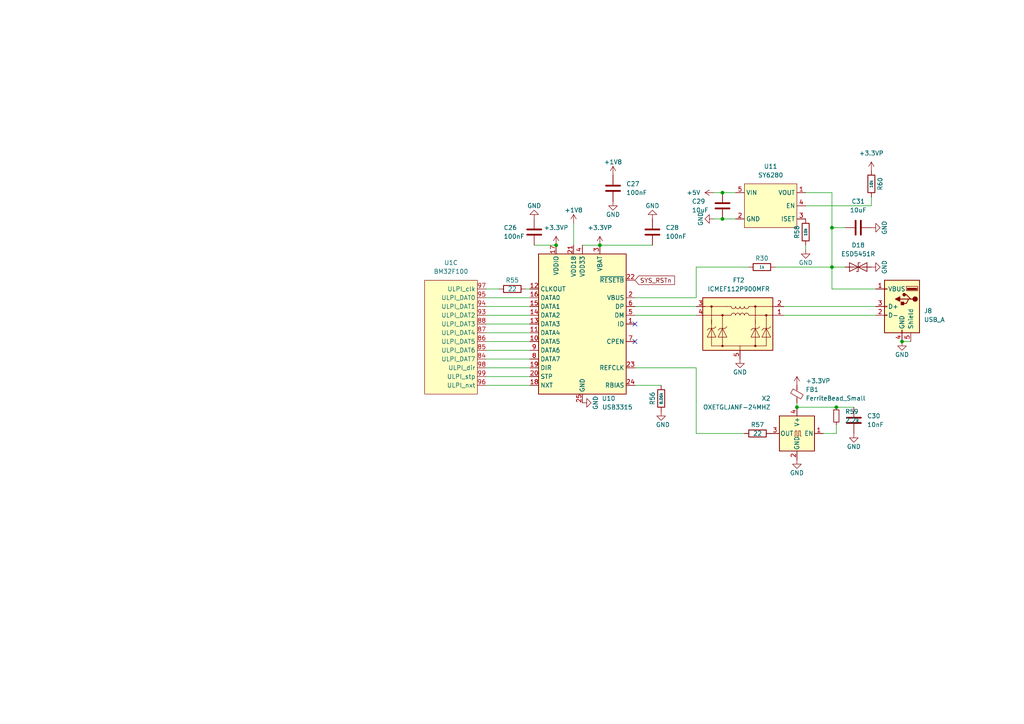
<source format=kicad_sch>
(kicad_sch (version 20211123) (generator eeschema)
  (paper "A4")
  (title_block (title "USB Phy") (company "Drawn by t123yh") (comment 1 "Eval board for BM32F100"))
  (lib_symbols
    (symbol "Connector:USB_A" (pin_names (offset 1.016))
      (property "Reference" "J" (at -5.08 11.43 0))
      (property "Value" "USB_A" (at -5.08 8.89 0))
      (symbol "USB_A_0_1"
        (rectangle (start -5.08 -7.62) (end 5.08 7.62) (stroke (width 0.254)) (fill (type background)))
        (circle (center -3.81 2.159) (radius 0.635) (stroke (width 0.254)) (fill (type outline)))
        (rectangle (start -1.524 4.826) (end -4.318 5.334) (fill (type outline)))
        (rectangle (start -1.27 4.572) (end -4.572 5.842))
        (circle (center -0.635 3.429) (radius 0.381) (stroke (width 0.254)) (fill (type outline)))
        (rectangle (start -0.127 -7.62) (end 0.127 -6.858))
        (polyline (pts (xy -3.175 2.159) (xy -2.54 2.159) (xy -1.27 3.429) (xy -0.635 3.429)) (stroke (width 0.254)))
        (polyline (pts (xy -2.54 2.159) (xy -1.905 2.159) (xy -1.27 0.889) (xy 0 0.889)) (stroke (width 0.254)))
        (polyline (pts (xy 0.635 2.794) (xy 0.635 1.524) (xy 1.905 2.159) (xy 0.635 2.794)) (stroke (width 0.254)) (fill (type outline)))
        (rectangle (start 0.254 1.27) (end -0.508 0.508) (stroke (width 0.254)) (fill (type outline)))
        (rectangle (start 5.08 -2.667) (end 4.318 -2.413))
        (rectangle (start 5.08 -0.127) (end 4.318 0.127))
        (rectangle (start 5.08 4.953) (end 4.318 5.207))
      )
      (symbol "USB_A_1_1"
        (polyline (pts (xy -1.905 2.159) (xy 0.635 2.159)) (stroke (width 0.254)))
        (pin power_in line (at 7.62 5.08 180) (length 2.54) (name "VBUS") (number "1"))
        (pin bidirectional line (at 7.62 -2.54 180) (length 2.54) (name "D-") (number "2"))
        (pin bidirectional line (at 7.62 0 180) (length 2.54) (name "D+") (number "3"))
        (pin power_in line (at 0 -10.16 90) (length 2.54) (name "GND") (number "4"))
        (pin passive line (at -2.54 -10.16 90) (length 2.54) (name "Shield") (number "5"))
      )
    )
    (symbol "Device:C" (pin_numbers hide) (pin_names (offset 0.254))
      (property "Reference" "C" (at 0.635 2.54 0))
      (property "Value" "C" (at 0.635 -2.54 0))
      (symbol "C_0_1"
        (polyline (pts (xy -2.032 -0.762) (xy 2.032 -0.762)) (stroke (width 0.508)))
        (polyline (pts (xy -2.032 0.762) (xy 2.032 0.762)) (stroke (width 0.508)))
      )
      (symbol "C_1_1"
        (pin passive line (at 0 3.81 270) (length 2.794) (name "~") (number "1"))
        (pin passive line (at 0 -3.81 90) (length 2.794) (name "~") (number "2"))
      )
    )
    (symbol "Device:FerriteBead_Small" (pin_numbers hide) (pin_names (offset 0))
      (property "Reference" "FB" (at 1.905 1.27 0))
      (property "Value" "FerriteBead_Small" (at 1.905 -1.27 0))
      (symbol "FerriteBead_Small_0_1"
        (polyline (pts (xy 0 -1.27) (xy 0 -0.7874)))
        (polyline (pts (xy 0 0.889) (xy 0 1.2954)))
        (polyline (pts (xy -1.8288 0.2794) (xy -1.1176 1.4986) (xy 1.8288 -0.2032) (xy 1.1176 -1.4224) (xy -1.8288 0.2794)))
      )
      (symbol "FerriteBead_Small_1_1"
        (pin passive line (at 0 2.54 270) (length 1.27) (name "~") (number "1"))
        (pin passive line (at 0 -2.54 90) (length 1.27) (name "~") (number "2"))
      )
    )
    (symbol "Device:R" (pin_numbers hide) (pin_names (offset 0))
      (property "Reference" "R" (at 2.032 0 90))
      (property "Value" "R" (at 0 0 90))
      (symbol "R_0_1"
        (rectangle (start -1.016 -2.54) (end 1.016 2.54) (stroke (width 0.254)))
      )
      (symbol "R_1_1"
        (pin passive line (at 0 3.81 270) (length 1.27) (name "~") (number "1"))
        (pin passive line (at 0 -3.81 90) (length 1.27) (name "~") (number "2"))
      )
    )
    (symbol "Device:R_Small" (pin_numbers hide) (pin_names (offset 0.254) hide)
      (property "Reference" "R" (at 0.762 0.508 0))
      (property "Value" "R_Small" (at 0.762 -1.016 0))
      (symbol "R_Small_0_1"
        (rectangle (start -0.762 1.778) (end 0.762 -1.778) (stroke (width 0.2032)))
      )
      (symbol "R_Small_1_1"
        (pin passive line (at 0 2.54 270) (length 0.762) (name "~") (number "1"))
        (pin passive line (at 0 -2.54 90) (length 0.762) (name "~") (number "2"))
      )
    )
    (symbol "Diode:ESD9B5.0ST5G" (pin_numbers hide) (pin_names (offset 1.016) hide)
      (property "Reference" "D" (at 0 2.54 0))
      (property "Value" "ESD9B5.0ST5G" (at 0 -2.54 0))
      (symbol "ESD9B5.0ST5G_0_1"
        (polyline (pts (xy 1.27 0) (xy -1.27 0)))
        (polyline (pts (xy -2.54 -1.27) (xy 0 0) (xy -2.54 1.27) (xy -2.54 -1.27)) (stroke (width 0.2032)))
        (polyline (pts (xy 0.508 1.27) (xy 0 1.27) (xy 0 -1.27) (xy -0.508 -1.27)) (stroke (width 0.2032)))
        (polyline (pts (xy 2.54 1.27) (xy 2.54 -1.27) (xy 0 0) (xy 2.54 1.27)) (stroke (width 0.2032)))
      )
      (symbol "ESD9B5.0ST5G_1_1"
        (pin passive line (at -3.81 0 0) (length 2.54) (name "A1") (number "1"))
        (pin passive line (at 3.81 0 180) (length 2.54) (name "A2") (number "2"))
      )
    )
    (symbol "MemblazeExpander:USB3315"
      (property "Reference" "U" (at 0 -29.21 0))
      (property "Value" "USB3315" (at 0 -29.21 0))
      (symbol "USB3315_0_1"
        (rectangle (start -12.7 20.32) (end 12.7 -20.32) (stroke (width 0.254)) (fill (type background)))
      )
      (symbol "USB3315_1_1"
        (pin input line (at -15.24 0 0) (length 2.54) (name "ID") (number "1"))
        (pin bidirectional line (at 15.24 -5.08 180) (length 2.54) (name "DATA5") (number "10"))
        (pin bidirectional line (at 15.24 -2.54 180) (length 2.54) (name "DATA4") (number "11"))
        (pin output line (at 15.24 10.16 180) (length 2.54) (name "CLKOUT") (number "12"))
        (pin bidirectional line (at 15.24 0 180) (length 2.54) (name "DATA3") (number "13"))
        (pin bidirectional line (at 15.24 2.54 180) (length 2.54) (name "DATA2") (number "14"))
        (pin bidirectional line (at 15.24 5.08 180) (length 2.54) (name "DATA1") (number "15"))
        (pin bidirectional line (at 15.24 7.62 180) (length 2.54) (name "DATA0") (number "16"))
        (pin power_in line (at 7.62 22.86 270) (length 2.54) (name "VDDIO") (number "17"))
        (pin output line (at 15.24 -17.78 180) (length 2.54) (name "NXT") (number "18"))
        (pin output line (at 15.24 -12.7 180) (length 2.54) (name "DIR") (number "19"))
        (pin input line (at -15.24 7.62 0) (length 2.54) (name "VBUS") (number "2"))
        (pin input line (at 15.24 -15.24 180) (length 2.54) (name "STP") (number "20"))
        (pin power_out line (at 2.54 22.86 270) (length 2.54) (name "VDD18") (number "21"))
        (pin input line (at -15.24 12.7 0) (length 2.54) (name "~{RESETB}") (number "22"))
        (pin input line (at -15.24 -12.7 0) (length 2.54) (name "REFCLK") (number "23"))
        (pin passive line (at -15.24 -17.78 0) (length 2.54) (name "RBIAS") (number "24"))
        (pin power_in line (at 0 -22.86 90) (length 2.54) (name "GND") (number "25"))
        (pin power_in line (at -5.08 22.86 270) (length 2.54) (name "VBAT") (number "3"))
        (pin power_out line (at 0 22.86 270) (length 2.54) (name "VDD33") (number "4"))
        (pin bidirectional line (at -15.24 2.54 0) (length 2.54) (name "DM") (number "5"))
        (pin bidirectional line (at -15.24 5.08 0) (length 2.54) (name "DP") (number "6"))
        (pin output line (at -15.24 -5.08 0) (length 2.54) (name "CPEN") (number "7"))
        (pin bidirectional line (at 15.24 -10.16 180) (length 2.54) (name "DATA7") (number "8"))
        (pin bidirectional line (at 15.24 -7.62 180) (length 2.54) (name "DATA6") (number "9"))
      )
    )
    (symbol "Oscillator:XO32" (pin_names (offset 0.254))
      (property "Reference" "X" (at -5.08 6.35 0))
      (property "Value" "XO32" (at 1.27 -6.35 0))
      (symbol "XO32_0_1"
        (rectangle (start -5.08 5.08) (end 5.08 -5.08) (stroke (width 0.254)) (fill (type background)))
        (polyline (pts (xy -1.27 -0.762) (xy -1.016 -0.762) (xy -1.016 0.762) (xy -0.508 0.762) (xy -0.508 -0.762) (xy 0 -0.762) (xy 0 0.762) (xy 0.508 0.762) (xy 0.508 -0.762) (xy 0.762 -0.762)))
      )
      (symbol "XO32_1_1"
        (pin input line (at -7.62 0 0) (length 2.54) (name "EN") (number "1"))
        (pin power_in line (at 0 -7.62 90) (length 2.54) (name "GND") (number "2"))
        (pin output line (at 7.62 0 180) (length 2.54) (name "OUT") (number "3"))
        (pin power_in line (at 0 7.62 270) (length 2.54) (name "V+") (number "4"))
      )
    )
    (symbol "alex:ICMEF112P900MFR" (pin_names (offset 0.0254) hide)
      (property "Reference" "FT" (at 0 8.89 0))
      (property "Value" "ICMEF112P900MFR" (at 0 10.795 0))
      (symbol "ICMEF112P900MFR_0_1"
        (rectangle (start -9.525 7.62) (end 10.795 -7.62) (stroke (width 0.254)) (fill (type background)))
        (arc (start -2.54 5.08) (mid -1.905 4.445) (end -1.27 5.08))
        (arc (start -1.27 5.08) (mid -0.635 4.445) (end 0 5.08))
        (polyline (pts (xy -10.16 2.54) (xy -2.54 2.54)))
        (polyline (pts (xy -10.16 5.08) (xy -2.54 5.08)))
        (polyline (pts (xy -7.62 -6.35) (xy 0 -6.35)))
        (polyline (pts (xy -4.445 0) (xy -4.445 5.08)))
        (polyline (pts (xy 0 -6.35) (xy 0 -7.62)))
        (polyline (pts (xy 0 -6.35) (xy 8.255 -6.35)))
        (polyline (pts (xy 2.54 2.54) (xy 3.81 2.54)))
        (polyline (pts (xy 2.54 5.08) (xy 3.81 5.08)))
        (polyline (pts (xy 3.81 2.54) (xy 10.16 2.54)))
        (polyline (pts (xy 3.81 5.08) (xy 10.16 5.08)))
        (polyline (pts (xy 8.255 0) (xy 8.255 5.08)))
        (arc (start 0 5.08) (mid 0.635 4.445) (end 1.27 5.08))
        (arc (start 1.27 5.08) (mid 1.905 4.445) (end 2.54 5.08))
      )
      (symbol "ICMEF112P900MFR_1_1"
        (circle (center -7.62 2.54) (radius 0.254) (fill (type outline)))
        (circle (center -4.445 -6.35) (radius 0.254) (fill (type outline)))
        (circle (center -4.445 5.08) (radius 0.254) (fill (type outline)))
        (arc (start -1.27 2.54) (mid -1.905 3.175) (end -2.54 2.54))
        (polyline (pts (xy -7.62 -6.35) (xy -7.62 -1.27)))
        (polyline (pts (xy -7.62 -1.27) (xy -7.62 2.54)))
        (polyline (pts (xy -4.445 -6.35) (xy -4.445 -1.27)))
        (polyline (pts (xy -4.445 -1.27) (xy -4.445 1.27)))
        (polyline (pts (xy 5.08 -6.35) (xy 5.08 -1.27)))
        (polyline (pts (xy 5.08 -1.27) (xy 5.08 2.54)))
        (polyline (pts (xy 8.255 -6.35) (xy 8.255 -1.27)))
        (polyline (pts (xy 8.255 -1.27) (xy 8.255 1.27)))
        (polyline (pts (xy -8.89 -3.81) (xy -6.35 -3.81) (xy -7.62 -1.27) (xy -8.89 -3.81)))
        (polyline (pts (xy -6.35 -1.778) (xy -6.858 -1.27) (xy -8.382 -1.27) (xy -8.89 -0.762)))
        (polyline (pts (xy -5.715 -3.81) (xy -3.175 -3.81) (xy -4.445 -1.27) (xy -5.715 -3.81)))
        (polyline (pts (xy -3.175 -1.778) (xy -3.683 -1.27) (xy -5.207 -1.27) (xy -5.715 -0.762)))
        (polyline (pts (xy 3.81 -3.81) (xy 6.35 -3.81) (xy 5.08 -1.27) (xy 3.81 -3.81)))
        (polyline (pts (xy 6.35 -1.778) (xy 5.842 -1.27) (xy 4.318 -1.27) (xy 3.81 -0.762)))
        (polyline (pts (xy 6.985 -3.81) (xy 9.525 -3.81) (xy 8.255 -1.27) (xy 6.985 -3.81)))
        (polyline (pts (xy 9.525 -1.778) (xy 9.017 -1.27) (xy 7.493 -1.27) (xy 6.985 -0.762)))
        (arc (start 0 2.54) (mid -0.635 3.175) (end -1.27 2.54))
        (arc (start 1.27 2.54) (mid 0.635 3.175) (end 0 2.54))
        (arc (start 2.54 2.54) (mid 1.905 3.175) (end 1.27 2.54))
        (circle (center 5.08 -6.35) (radius 0.254) (fill (type outline)))
        (circle (center 5.08 2.54) (radius 0.254) (fill (type outline)))
        (circle (center 8.255 5.08) (radius 0.254) (fill (type outline)))
        (pin passive line (at -12.7 2.54 0) (length 2.54) (name "In_1+") (number "1"))
        (pin passive line (at -12.7 5.08 0) (length 2.54) (name "In_1-") (number "2"))
        (pin passive line (at 12.7 5.08 180) (length 2.54) (name "Out_1-") (number "3"))
        (pin passive line (at 12.7 2.54 180) (length 2.54) (name "Out_1+") (number "4"))
        (pin power_in line (at 0 -10.16 90) (length 2.54) (name "GND") (number "5"))
        (pin passive line (at 0 -10.16 90) (length 2.54) hide (name "GND") (number "6"))
      )
    )
    (symbol "power:+1V8" (power) (pin_names (offset 0))
      (property "Value" "+1V8" (at 0 3.556 0))
      (symbol "+1V8_0_1"
        (polyline (pts (xy -0.762 1.27) (xy 0 2.54)))
        (polyline (pts (xy 0 0) (xy 0 2.54)))
        (polyline (pts (xy 0 2.54) (xy 0.762 1.27)))
      )
      (symbol "+1V8_1_1"
        (pin power_in line (at 0 0 90) (length 0) hide (name "+1V8") (number "1"))
      )
    )
    (symbol "power:+3.3VP" (power) (pin_names (offset 0))
      (property "Value" "+3.3VP" (at 0 2.54 0))
      (symbol "+3.3VP_0_0"
        (pin power_in line (at 0 0 90) (length 0) hide (name "+3.3VP") (number "1"))
      )
      (symbol "+3.3VP_0_1"
        (polyline (pts (xy -0.762 1.27) (xy 0 2.54)))
        (polyline (pts (xy 0 0) (xy 0 2.54)))
        (polyline (pts (xy 0 2.54) (xy 0.762 1.27)))
      )
    )
    (symbol "power:+5V" (power) (pin_names (offset 0))
      (property "Value" "+5V" (at 0 3.556 0))
      (symbol "+5V_0_1"
        (polyline (pts (xy -0.762 1.27) (xy 0 2.54)))
        (polyline (pts (xy 0 0) (xy 0 2.54)))
        (polyline (pts (xy 0 2.54) (xy 0.762 1.27)))
      )
      (symbol "+5V_1_1"
        (pin power_in line (at 0 0 90) (length 0) hide (name "+5V") (number "1"))
      )
    )
    (symbol "power:GND" (power) (pin_names (offset 0))
      (property "Value" "GND" (at 0 -3.81 0))
      (symbol "GND_0_1"
        (polyline (pts (xy 0 0) (xy 0 -1.27) (xy 1.27 -1.27) (xy 0 -2.54) (xy -1.27 -1.27) (xy 0 -1.27)))
      )
      (symbol "GND_1_1"
        (pin power_in line (at 0 0 270) (length 0) hide (name "GND") (number "1"))
      )
    )
    (symbol "t123yh_lib2:BM32F100"
      (property "Reference" "U" (at 0 7.62 0))
      (property "Value" "BM32F100" (at 0 5.08 0))
      (symbol "BM32F100_1_1"
        (rectangle (start -17.78 0) (end 13.97 -86.36) (stroke (width 0.1524)) (fill (type background)))
        (pin input line (at -20.32 -53.34 0) (length 2.54) (name "sdram_DQ10") (number "10"))
        (pin input line (at -20.32 -55.88 0) (length 2.54) (name "sdram_DQ9") (number "11"))
        (pin input line (at -20.32 -58.42 0) (length 2.54) (name "sdram_DQ8") (number "12"))
        (pin input line (at -20.32 -81.28 0) (length 2.54) (name "sdram_DQM1") (number "13"))
        (pin input line (at -20.32 -83.82 0) (length 2.54) (name "sdram_DQM0") (number "168"))
        (pin input line (at -20.32 -78.74 0) (length 2.54) (name "sdram_DQ0") (number "169"))
        (pin input line (at -20.32 -76.2 0) (length 2.54) (name "sdram_DQ1") (number "170"))
        (pin input line (at -20.32 -73.66 0) (length 2.54) (name "sdram_DQ2") (number "171"))
        (pin input line (at -20.32 -71.12 0) (length 2.54) (name "sdram_DQ3") (number "172"))
        (pin input line (at -20.32 -68.58 0) (length 2.54) (name "sdram_DQ4") (number "173"))
        (pin input line (at -20.32 -66.04 0) (length 2.54) (name "sdram_DQ5") (number "174"))
        (pin input line (at -20.32 -63.5 0) (length 2.54) (name "sdram_DQ6") (number "175"))
        (pin input line (at -20.32 -60.96 0) (length 2.54) (name "sdram_DQ7") (number "176"))
        (pin input line (at -20.32 -24.13 0) (length 2.54) (name "sdram_WEn") (number "20"))
        (pin input line (at -20.32 -16.51 0) (length 2.54) (name "sdram_CLK") (number "21"))
        (pin input line (at -20.32 -29.21 0) (length 2.54) (name "sdram_RASn") (number "22"))
        (pin input line (at -20.32 -26.67 0) (length 2.54) (name "sdram_CASn") (number "23"))
        (pin input line (at -20.32 -13.97 0) (length 2.54) (name "sdram_CKE") (number "24"))
        (pin input line (at -20.32 -11.43 0) (length 2.54) (name "sdram_CSn") (number "25"))
        (pin input line (at 16.51 -2.54 180) (length 2.54) (name "sdram_ADDR12") (number "26"))
        (pin input line (at -20.32 -34.29 0) (length 2.54) (name "sdram_BA0") (number "27"))
        (pin input line (at 16.51 -5.08 180) (length 2.54) (name "sdram_ADDR11") (number "28"))
        (pin input line (at -20.32 -31.75 0) (length 2.54) (name "sdram_BA1") (number "29"))
        (pin input line (at 16.51 -10.16 180) (length 2.54) (name "sdram_ADDR9") (number "34"))
        (pin input line (at 16.51 -7.62 180) (length 2.54) (name "sdram_ADDR10") (number "35"))
        (pin input line (at 16.51 -12.7 180) (length 2.54) (name "sdram_ADDR8") (number "36"))
        (pin input line (at 16.51 -33.02 180) (length 2.54) (name "sdram_ADDR0") (number "37"))
        (pin input line (at 16.51 -15.24 180) (length 2.54) (name "sdram_ADDR7") (number "38"))
        (pin input line (at 16.51 -30.48 180) (length 2.54) (name "sdram_ADDR1") (number "39"))
        (pin input line (at 16.51 -17.78 180) (length 2.54) (name "sdram_ADDR6") (number "40"))
        (pin input line (at 16.51 -27.94 180) (length 2.54) (name "sdram_ADDR2") (number "41"))
        (pin input line (at 16.51 -20.32 180) (length 2.54) (name "sdram_ADDR5") (number "42"))
        (pin input line (at 16.51 -25.4 180) (length 2.54) (name "sdram_ADDR3") (number "43"))
        (pin input line (at 16.51 -22.86 180) (length 2.54) (name "sdram_ADDR4") (number "44"))
        (pin input line (at 16.51 -83.82 180) (length 2.54) (name "sdram_DQM2") (number "49"))
        (pin input line (at -20.32 -40.64 0) (length 2.54) (name "sdram_DQ15") (number "5"))
        (pin input line (at 16.51 -78.74 180) (length 2.54) (name "sdram_DQ16") (number "50"))
        (pin input line (at 16.51 -76.2 180) (length 2.54) (name "sdram_DQ17") (number "51"))
        (pin input line (at 16.51 -73.66 180) (length 2.54) (name "sdram_DQ18") (number "52"))
        (pin input line (at 16.51 -71.12 180) (length 2.54) (name "sdram_DQ19") (number "53"))
        (pin input line (at 16.51 -68.58 180) (length 2.54) (name "sdram_DQ20") (number "54"))
        (pin input line (at 16.51 -66.04 180) (length 2.54) (name "sdram_DQ21") (number "55"))
        (pin input line (at 16.51 -63.5 180) (length 2.54) (name "sdram_DQ22") (number "56"))
        (pin input line (at 16.51 -60.96 180) (length 2.54) (name "sdram_DQ23") (number "57"))
        (pin input line (at 16.51 -58.42 180) (length 2.54) (name "sdram_DQ24") (number "58"))
        (pin input line (at -20.32 -43.18 0) (length 2.54) (name "sdram_DQ14") (number "6"))
        (pin input line (at 16.51 -55.88 180) (length 2.54) (name "sdram_DQ25") (number "64"))
        (pin input line (at 16.51 -53.34 180) (length 2.54) (name "sdram_DQ26") (number "65"))
        (pin input line (at 16.51 -50.8 180) (length 2.54) (name "sdram_DQ27") (number "66"))
        (pin input line (at 16.51 -48.26 180) (length 2.54) (name "sdram_DQ28") (number "67"))
        (pin input line (at 16.51 -45.72 180) (length 2.54) (name "sdram_DQ29") (number "68"))
        (pin input line (at 16.51 -43.18 180) (length 2.54) (name "sdram_DQ30") (number "69"))
        (pin input line (at -20.32 -45.72 0) (length 2.54) (name "sdram_DQ13") (number "7"))
        (pin input line (at 16.51 -40.64 180) (length 2.54) (name "sdram_DQ31") (number "70"))
        (pin input line (at 16.51 -81.28 180) (length 2.54) (name "sdram_DQM3") (number "71"))
        (pin input line (at -20.32 -48.26 0) (length 2.54) (name "sdram_DQ12") (number "8"))
        (pin input line (at -20.32 -50.8 0) (length 2.54) (name "sdram_DQ11") (number "9"))
      )
      (symbol "BM32F100_2_1"
        (rectangle (start -11.43 0) (end 10.16 -27.94) (stroke (width 0.1524)) (fill (type background)))
        (pin input line (at -13.97 -20.32 0) (length 2.54) (name "I2C_M_SCL") (number "120"))
        (pin input line (at -13.97 -22.86 0) (length 2.54) (name "I2C_M_SDA") (number "121"))
        (pin input line (at 12.7 -10.16 180) (length 2.54) (name "SPI_CLK") (number "142"))
        (pin input line (at 12.7 -17.78 180) (length 2.54) (name "SPI_CS0") (number "143"))
        (pin input line (at 12.7 -20.32 180) (length 2.54) (name "SPI_CS1") (number "144"))
        (pin input line (at 12.7 -22.86 180) (length 2.54) (name "SPI_CS2") (number "145"))
        (pin input line (at 12.7 -25.4 180) (length 2.54) (name "SPI_CS3") (number "146"))
        (pin input line (at 12.7 -15.24 180) (length 2.54) (name "SPI_MISO") (number "152"))
        (pin input line (at 12.7 -12.7 180) (length 2.54) (name "SPI_MOSI") (number "153"))
        (pin input line (at 12.7 -5.08 180) (length 2.54) (name "UART_RX") (number "72"))
        (pin input line (at 12.7 -2.54 180) (length 2.54) (name "UART_TX") (number "73"))
        (pin input line (at -13.97 -2.54 0) (length 2.54) (name "SD_DAT0") (number "78"))
        (pin input line (at -13.97 -5.08 0) (length 2.54) (name "SD_DAT1") (number "79"))
        (pin input line (at -13.97 -7.62 0) (length 2.54) (name "SD_DAT2") (number "80"))
        (pin input line (at -13.97 -10.16 0) (length 2.54) (name "SD_DAT3") (number "81"))
        (pin input line (at -13.97 -12.7 0) (length 2.54) (name "SD_CMD") (number "82"))
        (pin input line (at -13.97 -15.24 0) (length 2.54) (name "SD_CLK") (number "83"))
      )
      (symbol "BM32F100_3_1"
        (rectangle (start -11.43 0) (end 3.81 -33.02) (stroke (width 0.1524)) (fill (type background)))
        (pin input line (at 6.35 -22.86 180) (length 2.54) (name "ULPI_DAT7") (number "84"))
        (pin input line (at 6.35 -20.32 180) (length 2.54) (name "ULPI_DAT6") (number "85"))
        (pin input line (at 6.35 -17.78 180) (length 2.54) (name "ULPI_DAT5") (number "86"))
        (pin input line (at 6.35 -15.24 180) (length 2.54) (name "ULPI_DAT4") (number "87"))
        (pin input line (at 6.35 -12.7 180) (length 2.54) (name "ULPI_DAT3") (number "88"))
        (pin input line (at 6.35 -10.16 180) (length 2.54) (name "ULPI_DAT2") (number "93"))
        (pin input line (at 6.35 -7.62 180) (length 2.54) (name "ULPI_DAT1") (number "94"))
        (pin input line (at 6.35 -5.08 180) (length 2.54) (name "ULPI_DAT0") (number "95"))
        (pin input line (at 6.35 -30.48 180) (length 2.54) (name "ULPI_nxt") (number "96"))
        (pin input line (at 6.35 -2.54 180) (length 2.54) (name "ULPI_clk") (number "97"))
        (pin input line (at 6.35 -25.4 180) (length 2.54) (name "ULPI_dir") (number "98"))
        (pin input line (at 6.35 -27.94 180) (length 2.54) (name "ULPI_stp") (number "99"))
      )
      (symbol "BM32F100_4_1"
        (rectangle (start -10.16 0) (end 7.62 -33.02) (stroke (width 0.1524)) (fill (type background)))
        (pin input line (at 10.16 -5.08 180) (length 2.54) (name "RMII_TXD1") (number "154"))
        (pin input line (at 10.16 -2.54 180) (length 2.54) (name "RMII_TXD0") (number "155"))
        (pin input line (at 10.16 -7.62 180) (length 2.54) (name "RMII_TX_EN") (number "156"))
        (pin input line (at 10.16 -30.48 180) (length 2.54) (name "RMII_REF_CLK") (number "157"))
        (pin input line (at 10.16 -22.86 180) (length 2.54) (name "RMII_MDC") (number "158"))
        (pin input line (at 10.16 -20.32 180) (length 2.54) (name "RMII_MDIO") (number "159"))
        (pin input line (at 10.16 -15.24 180) (length 2.54) (name "RMII_RX_ERR") (number "160"))
        (pin input line (at 10.16 -17.78 180) (length 2.54) (name "RMII_CRS_RXDV") (number "161"))
        (pin input line (at 10.16 -10.16 180) (length 2.54) (name "RMII_RXD0") (number "166"))
        (pin input line (at 10.16 -12.7 180) (length 2.54) (name "RMII_RXD1") (number "167"))
      )
      (symbol "BM32F100_5_1"
        (rectangle (start -6.35 0) (end 8.89 -20.32) (stroke (width 0.1524)) (fill (type background)))
        (pin input line (at -8.89 -2.54 0) (length 2.54) (name "CLK_25m") (number "137"))
        (pin input line (at -8.89 -17.78 0) (length 2.54) (name "SYS_RSTn") (number "138"))
        (pin input line (at -8.89 -15.24 0) (length 2.54) (name "CTRL_RSTn") (number "139"))
        (pin input line (at -8.89 -10.16 0) (length 2.54) (name "I2C_C_SDA") (number "140"))
        (pin input line (at -8.89 -7.62 0) (length 2.54) (name "I2C_C_SCL") (number "141"))
      )
      (symbol "BM32F100_6_1"
        (rectangle (start -6.35 0) (end 5.08 -22.86) (stroke (width 0.1524)) (fill (type background)))
        (pin input line (at -8.89 -2.54 0) (length 2.54) (name "GPIO0") (number "103"))
        (pin input line (at -8.89 -5.08 0) (length 2.54) (name "GPIO1") (number "104"))
        (pin input line (at -8.89 -7.62 0) (length 2.54) (name "GPIO2") (number "105"))
        (pin input line (at -8.89 -10.16 0) (length 2.54) (name "GPIO3") (number "106"))
        (pin input line (at -8.89 -12.7 0) (length 2.54) (name "GPIO4") (number "111"))
        (pin input line (at -8.89 -15.24 0) (length 2.54) (name "GPIO5") (number "112"))
        (pin input line (at -8.89 -17.78 0) (length 2.54) (name "GPIO6") (number "113"))
        (pin input line (at -8.89 -20.32 0) (length 2.54) (name "GPIO7") (number "114"))
      )
      (symbol "BM32F100_7_1"
        (rectangle (start -3.81 0) (end 10.16 -25.4) (stroke (width 0.1524)) (fill (type background)))
        (pin input line (at -6.35 -2.54 0) (length 2.54) (name "DBG_CLK") (number "115"))
        (pin input line (at -6.35 -5.08 0) (length 2.54) (name "DBG_dat0") (number "116"))
        (pin input line (at -6.35 -7.62 0) (length 2.54) (name "DBG_dat1") (number "117"))
        (pin input line (at -6.35 -10.16 0) (length 2.54) (name "DBG_dat2") (number "118"))
        (pin input line (at -6.35 -12.7 0) (length 2.54) (name "DBG_dat3") (number "119"))
        (pin input line (at -6.35 -17.78 0) (length 2.54) (name "CPU_GRST") (number "122"))
        (pin input line (at -6.35 -20.32 0) (length 2.54) (name "CPU_RSTn") (number "123"))
        (pin input line (at -6.35 -22.86 0) (length 2.54) (name "SoC_RSTn") (number "124"))
      )
      (symbol "BM32F100_8_1"
        (rectangle (start -10.16 -1.27) (end 11.43 -82.55) (stroke (width 0.1524)) (fill (type background)))
        (pin input line (at -12.7 -77.47 0) (length 2.54) (name "VSSIO") (number "1"))
        (pin input line (at 13.97 -16.51 180) (length 2.54) (name "VDD") (number "107"))
        (pin input line (at -12.7 -29.21 0) (length 2.54) (name "VSS") (number "108"))
        (pin input line (at 13.97 -62.23 180) (length 2.54) (name "VDDIO") (number "109"))
        (pin input line (at -12.7 -31.75 0) (length 2.54) (name "VSSIO") (number "110"))
        (pin input line (at 13.97 -19.05 180) (length 2.54) (name "VDD") (number "125"))
        (pin input line (at -12.7 -34.29 0) (length 2.54) (name "VSS") (number "126"))
        (pin input line (at 13.97 -64.77 180) (length 2.54) (name "VDDIO") (number "127"))
        (pin input line (at -12.7 -36.83 0) (length 2.54) (name "VSSIO") (number "128"))
        (pin input line (at -12.7 -39.37 0) (length 2.54) (name "AVSS") (number "129"))
        (pin input line (at 13.97 -41.91 180) (length 2.54) (name "AVDD") (number "130"))
        (pin input line (at -12.7 -41.91 0) (length 2.54) (name "AVSS") (number "131"))
        (pin input line (at 13.97 -44.45 180) (length 2.54) (name "AVDD") (number "132"))
        (pin input line (at 13.97 -8.89 180) (length 2.54) (name "VDD") (number "133"))
        (pin input line (at -12.7 -19.05 0) (length 2.54) (name "VSS") (number "134"))
        (pin input line (at 13.97 -54.61 180) (length 2.54) (name "VDDIO") (number "135"))
        (pin input line (at -12.7 -16.51 0) (length 2.54) (name "VSSIO") (number "136"))
        (pin input line (at -12.7 -72.39 0) (length 2.54) (name "VSSIO") (number "14"))
        (pin input line (at 13.97 -6.35 180) (length 2.54) (name "VDD") (number "147"))
        (pin input line (at -12.7 -13.97 0) (length 2.54) (name "VSS") (number "148"))
        (pin input line (at -12.7 -11.43 0) (length 2.54) (name "VSS") (number "149"))
        (pin input line (at 13.97 -77.47 180) (length 2.54) (name "VDDIO") (number "15"))
        (pin input line (at 13.97 -52.07 180) (length 2.54) (name "VDDIO") (number "150"))
        (pin input line (at -12.7 -8.89 0) (length 2.54) (name "VSSIO") (number "151"))
        (pin input line (at -12.7 -69.85 0) (length 2.54) (name "VSS") (number "16"))
        (pin input line (at 13.97 -3.81 180) (length 2.54) (name "VDD") (number "162"))
        (pin input line (at -12.7 -6.35 0) (length 2.54) (name "VSS") (number "163"))
        (pin input line (at 13.97 -49.53 180) (length 2.54) (name "VDDIO") (number "164"))
        (pin input line (at -12.7 -3.81 0) (length 2.54) (name "VSSIO") (number "165"))
        (pin input line (at -12.7 -67.31 0) (length 2.54) (name "VSS") (number "17"))
        (pin input line (at 13.97 -34.29 180) (length 2.54) (name "VDD") (number "18"))
        (pin input line (at 13.97 -31.75 180) (length 2.54) (name "VDD") (number "19"))
        (pin input line (at 13.97 -80.01 180) (length 2.54) (name "VDDIO") (number "2"))
        (pin input line (at -12.7 -74.93 0) (length 2.54) (name "VSS") (number "3"))
        (pin input line (at -12.7 -64.77 0) (length 2.54) (name "VSS") (number "30"))
        (pin input line (at 13.97 -29.21 180) (length 2.54) (name "VDD") (number "31"))
        (pin input line (at -12.7 -62.23 0) (length 2.54) (name "VSSIO") (number "32"))
        (pin input line (at 13.97 -74.93 180) (length 2.54) (name "VDDIO") (number "33"))
        (pin input line (at 13.97 -36.83 180) (length 2.54) (name "VDD") (number "4"))
        (pin input line (at -12.7 -59.69 0) (length 2.54) (name "VSSIO") (number "45"))
        (pin input line (at 13.97 -72.39 180) (length 2.54) (name "VDDIO") (number "46"))
        (pin input line (at -12.7 -57.15 0) (length 2.54) (name "VSS") (number "47"))
        (pin input line (at 13.97 -26.67 180) (length 2.54) (name "VDD") (number "48"))
        (pin input line (at -12.7 -54.61 0) (length 2.54) (name "VSSIO") (number "59"))
        (pin input line (at 13.97 -69.85 180) (length 2.54) (name "VDDIO") (number "60"))
        (pin input line (at -12.7 -52.07 0) (length 2.54) (name "VSS") (number "61"))
        (pin input line (at -12.7 -49.53 0) (length 2.54) (name "VSS") (number "62"))
        (pin input line (at 13.97 -24.13 180) (length 2.54) (name "VDD") (number "63"))
        (pin input line (at -12.7 -46.99 0) (length 2.54) (name "VSSIO") (number "74"))
        (pin input line (at 13.97 -67.31 180) (length 2.54) (name "VDDIO") (number "75"))
        (pin input line (at -12.7 -44.45 0) (length 2.54) (name "VSS") (number "76"))
        (pin input line (at 13.97 -21.59 180) (length 2.54) (name "VDD") (number "77"))
        (pin input line (at 13.97 -11.43 180) (length 2.54) (name "VDD") (number "89"))
        (pin input line (at -12.7 -21.59 0) (length 2.54) (name "VSS") (number "90"))
        (pin input line (at 13.97 -57.15 180) (length 2.54) (name "VDDIO") (number "91"))
        (pin input line (at -12.7 -24.13 0) (length 2.54) (name "VSSIO") (number "92"))
      )
      (symbol "BM32F100_9_1"
        (rectangle (start 3.81 0) (end -11.43 -12.7) (stroke (width 0.1524)) (fill (type background)))
        (pin input line (at 6.35 -10.16 180) (length 2.54) (name "CDBUS_TX") (number "100"))
        (pin input line (at 6.35 -7.62 180) (length 2.54) (name "CDBUS_TX_EN") (number "101"))
        (pin input line (at 6.35 -2.54 180) (length 2.54) (name "CDBUS_RX") (number "102"))
      )
    )
    (symbol "t123yh_lib2:SY6280"
      (property "Reference" "U" (at 0 5.08 0))
      (property "Value" "SY6280" (at 0 2.54 0))
      (symbol "SY6280_0_1"
        (rectangle (start -7.62 0) (end 7.62 -12.7) (stroke (width 0.1524)) (fill (type background)))
      )
      (symbol "SY6280_1_1"
        (pin input line (at 10.16 -2.54 180) (length 2.54) (name "VOUT") (number "1"))
        (pin input line (at -10.16 -10.16 0) (length 2.54) (name "GND") (number "2"))
        (pin input line (at 10.16 -10.16 180) (length 2.54) (name "ISET") (number "3"))
        (pin input line (at 10.16 -6.35 180) (length 2.54) (name "EN") (number "4"))
        (pin input line (at -10.16 -2.54 0) (length 2.54) (name "VIN") (number "5"))
      )
    )
  )
  (junction (at 209.55 55.88))
  (junction (at 173.99 71.12) (diameter 0.9144))
  (junction (at 242.57 118.11))
  (junction (at 161.29 71.12))
  (junction (at 231.14 118.11))
  (junction (at 241.3 77.47))
  (junction (at 241.3 66.04))
  (junction (at 209.55 63.5))
  (junction (at 261.62 99.06))
  (no_connect (at 184.15 93.98))
  (no_connect (at 184.15 99.06))
  (wire (pts (xy 241.3 77.47) (xy 245.11 77.47)))
  (wire (pts (xy 241.3 66.04) (xy 245.11 66.04)))
  (wire (pts (xy 233.68 59.69) (xy 252.73 59.69)))
  (wire (pts (xy 207.01 63.5) (xy 209.55 63.5)))
  (wire (pts (xy 209.55 63.5) (xy 213.36 63.5)))
  (wire (pts (xy 140.97 109.22) (xy 153.67 109.22)))
  (wire (pts (xy 152.4 83.82) (xy 153.67 83.82)))
  (wire (pts (xy 140.97 104.14) (xy 153.67 104.14)))
  (wire (pts (xy 261.62 99.06) (xy 264.16 99.06)))
  (wire (pts (xy 207.01 55.88) (xy 209.55 55.88)))
  (wire (pts (xy 209.55 55.88) (xy 213.36 55.88)))
  (wire (pts (xy 201.93 77.47) (xy 217.17 77.47)))
  (wire (pts (xy 224.79 77.47) (xy 241.3 77.47)))
  (wire (pts (xy 201.93 86.36) (xy 201.93 77.47)))
  (wire (pts (xy 184.15 86.36) (xy 201.93 86.36)))
  (wire (pts (xy 140.97 99.06) (xy 153.67 99.06)))
  (wire (pts (xy 201.93 125.73) (xy 201.93 106.68)))
  (wire (pts (xy 252.73 57.15) (xy 252.73 59.69)))
  (wire (pts (xy 242.57 118.11) (xy 231.14 118.11)))
  (wire (pts (xy 233.68 71.12) (xy 233.68 72.39)))
  (wire (pts (xy 227.33 88.9) (xy 254 88.9)))
  (wire (pts (xy 227.33 91.44) (xy 254 91.44)))
  (wire (pts (xy 173.99 71.12) (xy 189.23 71.12)))
  (wire (pts (xy 166.37 64.77) (xy 166.37 71.12)))
  (wire (pts (xy 140.97 111.76) (xy 153.67 111.76)))
  (wire (pts (xy 184.15 106.68) (xy 201.93 106.68)))
  (wire (pts (xy 201.93 125.73) (xy 215.9 125.73)))
  (wire (pts (xy 241.3 55.88) (xy 241.3 66.04)))
  (wire (pts (xy 241.3 77.47) (xy 241.3 83.82)))
  (wire (pts (xy 241.3 83.82) (xy 254 83.82)))
  (wire (pts (xy 241.3 66.04) (xy 241.3 77.47)))
  (wire (pts (xy 184.15 88.9) (xy 201.93 88.9)))
  (wire (pts (xy 184.15 91.44) (xy 201.93 91.44)))
  (wire (pts (xy 140.97 86.36) (xy 153.67 86.36)))
  (wire (pts (xy 231.14 118.11) (xy 231.14 116.84)))
  (wire (pts (xy 242.57 118.11) (xy 247.65 118.11)))
  (wire (pts (xy 140.97 83.82) (xy 144.78 83.82)))
  (wire (pts (xy 154.94 71.12) (xy 161.29 71.12)))
  (wire (pts (xy 140.97 88.9) (xy 153.67 88.9)))
  (wire (pts (xy 242.57 125.73) (xy 238.76 125.73)))
  (wire (pts (xy 241.3 55.88) (xy 233.68 55.88)))
  (wire (pts (xy 140.97 101.6) (xy 153.67 101.6)))
  (wire (pts (xy 184.15 111.76) (xy 191.77 111.76)))
  (wire (pts (xy 168.91 71.12) (xy 173.99 71.12)))
  (wire (pts (xy 140.97 91.44) (xy 153.67 91.44)))
  (wire (pts (xy 140.97 93.98) (xy 153.67 93.98)))
  (wire (pts (xy 140.97 96.52) (xy 153.67 96.52)))
  (wire (pts (xy 140.97 106.68) (xy 153.67 106.68)))
  (wire (pts (xy 242.57 123.19) (xy 242.57 125.73)))
  (global_label "SYS_RSTn" (shape input) (at 184.15 81.28 0) (property "插入图纸页参考" "${INTERSHEET_REFS}" (effects hide)))
  (symbol (lib_id "Device:R_Small") (at 242.57 120.65 0) (mirror y) (unit 1)
    (property "Reference" "R59" (at 245.11 119.3799 0) (effects (justify right)))
    (property "Value" "2.2k" (at 245.11 121.9199 0) (effects (justify right)))
    (property "Footprint" "lc:0402_R" (effects hide))
  )
  (symbol (lib_id "power:GND") (at 252.73 77.47 90) (mirror x) (unit 1)
    (property "Reference" "#PWR094" (effects hide))
    (property "Value" "GND" (at 256.54 77.47 0))
  )
  (symbol (lib_id "Device:R") (at 252.73 53.34 0) (unit 1)
    (property "Reference" "R60" (at 255.27 53.34 90))
    (property "Value" "10k" (at 252.73 53.34 90) (effects (font (size 0.8 0.8))))
    (property "Footprint" "lc:0402_R" (effects hide))
  )
  (symbol (lib_id "Device:C") (at 248.92 66.04 270) (unit 1)
    (property "Reference" "C31" (at 248.92 58.42 90))
    (property "Value" "10uF" (at 248.92 60.96 90))
    (property "Footprint" "lc:0805_C" (effects hide))
  )
  (symbol (lib_id "Device:C") (at 209.55 59.69 0) (unit 1)
    (property "Reference" "C29" (at 200.66 58.42 0) (effects (justify left)))
    (property "Value" "10uF" (at 200.66 60.96 0) (effects (justify left)))
    (property "Footprint" "lc:0805_C" (effects hide))
  )
  (symbol (lib_id "power:+3.3VP") (at 231.14 111.76 0) (unit 1)
    (property "Reference" "#PWR088" (effects hide))
    (property "Value" "+3.3VP" (at 233.68 110.4899 0) (effects (justify left)))
  )
  (symbol (lib_id "power:+5V") (at 207.01 55.88 90) (unit 1)
    (property "Reference" "#PWR085" (effects hide))
    (property "Value" "+5V" (at 203.2 55.8799 90) (effects (justify left)))
  )
  (symbol (lib_id "Oscillator:XO32") (at 231.14 125.73 0) (mirror y) (unit 1)
    (property "Reference" "X2" (at 223.52 115.57 0) (effects (justify left)))
    (property "Value" "OXETGLJANF-24MHZ" (at 223.52 118.11 0) (effects (justify left)))
    (property "Footprint" "lc:SMD-3225_4P" (effects hide))
    (property "Datasheet" "https://atta.szlcsc.com/upload/public/pdf/source/20181029/C295526_40B06EEE352F7995043DE5B24C8DED3A.pdf" (effects hide))
  )
  (symbol (lib_id "Device:R") (at 219.71 125.73 90) (unit 1)
    (property "Reference" "R57" (at 219.71 123.19 90))
    (property "Value" "22" (at 219.71 125.73 90))
    (property "Footprint" "lc:0402_R" (effects hide))
  )
  (symbol (lib_id "power:+3.3VP") (at 173.99 71.12 0) (unit 1)
    (property "Reference" "#PWR079" (effects hide))
    (property "Value" "+3.3VP" (at 173.99 66.04 0))
  )
  (symbol (lib_id "Device:C") (at 154.94 67.31 0) (unit 1)
    (property "Reference" "C26" (at 146.05 66.04 0) (effects (justify left)))
    (property "Value" "100nF" (at 146.05 68.58 0) (effects (justify left)))
    (property "Footprint" "lc:0402_C" (effects hide))
  )
  (symbol (lib_id "power:GND") (at 168.91 116.84 90) (unit 1)
    (property "Reference" "#PWR078" (effects hide))
    (property "Value" "GND" (at 172.72 116.84 0))
  )
  (symbol (lib_id "power:+1V8") (at 166.37 64.77 0) (unit 1)
    (property "Reference" "#PWR077" (effects hide))
    (property "Value" "+1V8" (at 166.37 60.96 0))
  )
  (symbol (lib_id "power:GND") (at 261.62 99.06 0) (unit 1)
    (property "Reference" "#PWR095" (effects hide))
    (property "Value" "GND" (at 261.62 102.87 0))
  )
  (symbol (lib_id "power:+1V8") (at 177.8 50.8 0) (unit 1)
    (property "Reference" "#PWR080" (effects hide))
    (property "Value" "+1V8" (at 177.8 46.99 0))
  )
  (symbol (lib_id "power:GND") (at 233.68 72.39 0) (mirror y) (unit 1)
    (property "Reference" "#PWR090" (effects hide))
    (property "Value" "GND" (at 233.68 76.2 0))
  )
  (symbol (lib_id "power:+3.3VP") (at 252.73 49.53 0) (unit 1)
    (property "Reference" "#PWR092" (effects hide))
    (property "Value" "+3.3VP" (at 252.73 44.45 0))
  )
  (symbol (lib_id "Device:C") (at 189.23 67.31 180) (unit 1)
    (property "Reference" "C28" (at 193.04 66.0399 0) (effects (justify right)))
    (property "Value" "100nF" (at 193.04 68.5799 0) (effects (justify right)))
    (property "Footprint" "lc:0402_C" (effects hide))
  )
  (symbol (lib_id "MemblazeExpander:USB3315") (at 168.91 93.98 0) (mirror y) (unit 1)
    (property "Reference" "U10" (at 176.53 115.57 0))
    (property "Value" "USB3315" (at 179.07 118.11 0))
    (property "Footprint" "Package_DFN_QFN:QFN-24-1EP_4x4mm_P0.5mm_EP2.6x2.6mm_ThermalVias" (effects hide))
  )
  (symbol (lib_id "power:GND") (at 231.14 133.35 0) (mirror y) (unit 1)
    (property "Reference" "#PWR089" (effects hide))
    (property "Value" "GND" (at 231.14 137.16 0))
  )
  (symbol (lib_id "power:GND") (at 191.77 119.38 0) (unit 1)
    (property "Reference" "#PWR084" (effects hide))
    (property "Value" "GND" (at 194.31 123.19 0) (effects (justify right)))
  )
  (symbol (lib_id "power:GND") (at 189.23 63.5 180) (unit 1)
    (property "Reference" "#PWR083" (effects hide))
    (property "Value" "GND" (at 189.23 59.69 0))
  )
  (symbol (lib_id "power:GND") (at 214.63 104.14 0) (mirror y) (unit 1)
    (property "Reference" "#PWR087" (effects hide))
    (property "Value" "GND" (at 214.63 107.95 0))
  )
  (symbol (lib_id "t123yh_lib2:SY6280") (at 223.52 53.34 0) (unit 1)
    (property "Reference" "U11" (at 223.52 48.26 0))
    (property "Value" "SY6280" (at 223.52 50.8 0))
    (property "Footprint" "lc:SOT-23-5" (effects hide))
  )
  (symbol (lib_id "power:GND") (at 207.01 63.5 270) (unit 1)
    (property "Reference" "#PWR086" (effects hide))
    (property "Value" "GND" (at 203.2 63.5 0))
  )
  (symbol (lib_id "power:GND") (at 247.65 125.73 0) (mirror y) (unit 1)
    (property "Reference" "#PWR091" (effects hide))
    (property "Value" "GND" (at 247.65 129.54 0))
  )
  (symbol (lib_id "power:GND") (at 177.8 58.42 0) (unit 1)
    (property "Reference" "#PWR081" (effects hide))
    (property "Value" "GND" (at 177.8 62.23 0))
  )
  (symbol (lib_id "Device:C") (at 177.8 54.61 180) (unit 1)
    (property "Reference" "C27" (at 181.61 53.3399 0) (effects (justify right)))
    (property "Value" "100nF" (at 181.61 55.8799 0) (effects (justify right)))
    (property "Footprint" "lc:0402_C" (effects hide))
  )
  (symbol (lib_id "Connector:USB_A") (at 261.62 88.9 0) (mirror y) (unit 1)
    (property "Reference" "J8" (at 267.97 90.17 0) (effects (justify right)))
    (property "Value" "USB_A" (at 267.97 92.71 0) (effects (justify right)))
    (property "Footprint" "Connector_USB:USB_A_Molex_67643_Horizontal" (effects hide))
    (property "Datasheet" " ~" (effects hide))
    (property "LCSC" "C2345" (effects hide))
  )
  (symbol (lib_id "Device:R") (at 220.98 77.47 90) (unit 1)
    (property "Reference" "R30" (at 220.98 74.93 90))
    (property "Value" "1k" (at 220.98 77.47 90) (effects (font (size 0.8 0.8))))
    (property "Footprint" "lc:0402_R" (effects hide))
  )
  (symbol (lib_id "Device:C") (at 247.65 121.92 180) (unit 1)
    (property "Reference" "C30" (at 251.46 120.6499 0) (effects (justify right)))
    (property "Value" "10nF" (at 251.46 123.1899 0) (effects (justify right)))
    (property "Footprint" "lc:0402_C" (effects hide))
  )
  (symbol (lib_id "Device:FerriteBead_Small") (at 231.14 114.3 0) (unit 1)
    (property "Reference" "FB1" (at 233.68 112.9918 0) (effects (justify left)))
    (property "Value" "FerriteBead_Small" (at 233.68 115.5318 0) (effects (justify left)))
    (property "Footprint" "lc:0805_L" (effects hide))
  )
  (symbol (lib_id "power:+3.3VP") (at 161.29 71.12 0) (unit 1)
    (property "Reference" "#PWR076" (effects hide))
    (property "Value" "+3.3VP" (at 161.29 66.04 0))
  )
  (symbol (lib_id "Diode:ESD9B5.0ST5G") (at 248.92 77.47 180) (unit 1)
    (property "Reference" "D18" (at 248.92 71.12 0))
    (property "Value" "ESD5451R" (at 248.92 73.66 0))
    (property "Footprint" "lc:0402_R" (effects hide))
    (property "Datasheet" "https://www.onsemi.com/pub/Collateral/ESD9B-D.PDF" (effects hide))
  )
  (symbol (lib_id "alex:ICMEF112P900MFR") (at 214.63 93.98 0) (mirror y) (unit 1)
    (property "Reference" "FT2" (at 214.249 81.28 0))
    (property "Value" "ICMEF112P900MFR" (at 214.249 83.82 0))
    (property "Footprint" "lc:ICMEF112P900MFR" (effects hide))
  )
  (symbol (lib_id "Device:R") (at 148.59 83.82 90) (unit 1)
    (property "Reference" "R55" (at 148.59 81.28 90))
    (property "Value" "22" (at 148.59 83.82 90))
    (property "Footprint" "lc:0402_R" (effects hide))
  )
  (symbol (lib_id "Device:R") (at 233.68 67.31 180) (unit 1)
    (property "Reference" "R58" (at 231.14 67.31 90))
    (property "Value" "10k" (at 233.68 67.31 90) (effects (font (size 0.8 0.8))))
    (property "Footprint" "lc:0402_R" (effects hide))
  )
  (symbol (lib_id "t123yh_lib2:BM32F100") (at 134.62 81.28 0) (unit 3)
    (property "Reference" "U1" (at 130.81 76.2 0))
    (property "Value" "BM32F100" (at 130.81 78.74 0))
    (property "Footprint" "Package_QFP:VQFP-176_20x20mm_P0.4mm" (effects hide))
  )
  (symbol (lib_id "power:GND") (at 252.73 66.04 90) (mirror x) (unit 1)
    (property "Reference" "#PWR093" (effects hide))
    (property "Value" "GND" (at 256.54 66.04 0))
  )
  (symbol (lib_id "power:GND") (at 154.94 63.5 180) (unit 1)
    (property "Reference" "#PWR075" (effects hide))
    (property "Value" "GND" (at 154.94 59.69 0))
  )
  (symbol (lib_id "Device:R") (at 191.77 115.57 180) (unit 1)
    (property "Reference" "R56" (at 189.23 115.57 90))
    (property "Value" "8.06k" (at 191.77 115.57 90) (effects (font (size 0.8 0.8))))
    (property "Footprint" "lc:0402_R" (effects hide))
  )
)
</source>
